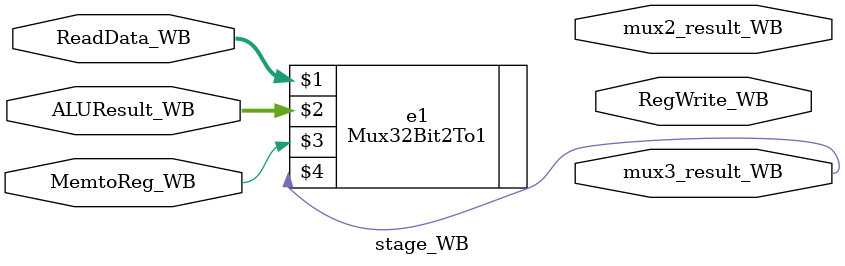
<source format=v>
module stage_WB (ReadData_WB, ALUResult_WB, MemtoReg_WB, RegWrite_WB, mux3_result_WB, mux2_result_WB);

  input [31:0] ReadData_WB;
  input [31:0] ALUResult_WB;
  input MemtoReg_WB;

  output RegWrite_WB;
  output mux3_result_WB;
  output mux2_result_WB;

  //Mux32Bit2To1(inA, inB, sel, out);
  Mux32Bit2To1 e1(ReadData_WB, ALUResult_WB, MemtoReg_WB, mux3_result_WB);
  

endmodule

</source>
